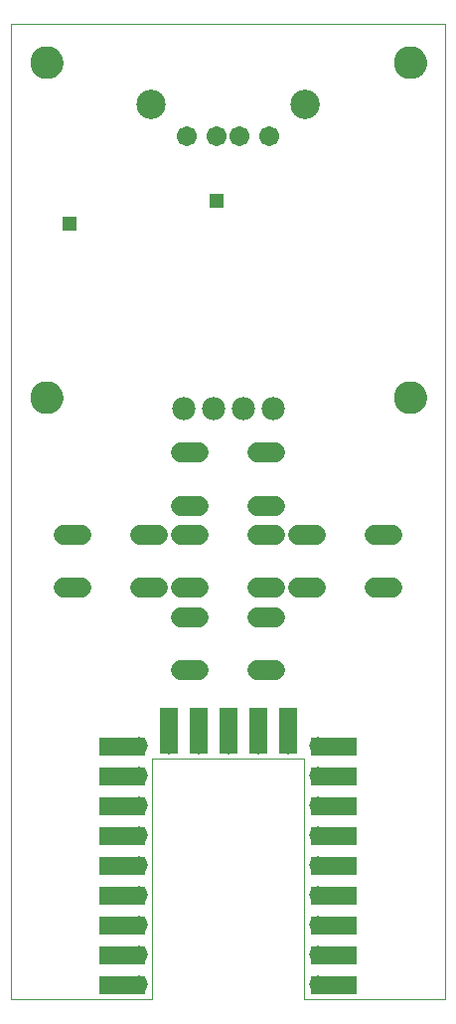
<source format=gts>
G75*
%MOIN*%
%OFA0B0*%
%FSLAX25Y25*%
%IPPOS*%
%LPD*%
%AMOC8*
5,1,8,0,0,1.08239X$1,22.5*
%
%ADD10C,0.00000*%
%ADD11R,0.15748X0.05906*%
%ADD12R,0.05906X0.15748*%
%ADD13C,0.11036*%
%ADD14C,0.06800*%
%ADD15C,0.06737*%
%ADD16C,0.09855*%
%ADD17C,0.05800*%
%ADD18R,0.04762X0.04762*%
%ADD19C,0.07800*%
D10*
X0001000Y0006757D02*
X0048244Y0006757D01*
X0048244Y0087309D01*
X0099425Y0087309D01*
X0099425Y0006757D01*
X0146669Y0006757D01*
X0146669Y0333608D01*
X0001000Y0333608D01*
X0001000Y0006757D01*
X0048244Y0006600D02*
X0048244Y0006757D01*
X0099425Y0006757D02*
X0099425Y0006600D01*
X0130060Y0208547D02*
X0130062Y0208690D01*
X0130068Y0208833D01*
X0130078Y0208975D01*
X0130092Y0209117D01*
X0130110Y0209259D01*
X0130132Y0209401D01*
X0130157Y0209541D01*
X0130187Y0209681D01*
X0130221Y0209820D01*
X0130258Y0209958D01*
X0130300Y0210095D01*
X0130345Y0210230D01*
X0130394Y0210364D01*
X0130446Y0210497D01*
X0130502Y0210629D01*
X0130562Y0210758D01*
X0130626Y0210886D01*
X0130693Y0211013D01*
X0130764Y0211137D01*
X0130838Y0211259D01*
X0130915Y0211379D01*
X0130996Y0211497D01*
X0131080Y0211613D01*
X0131167Y0211726D01*
X0131257Y0211837D01*
X0131351Y0211945D01*
X0131447Y0212051D01*
X0131546Y0212153D01*
X0131649Y0212253D01*
X0131753Y0212350D01*
X0131861Y0212445D01*
X0131971Y0212536D01*
X0132084Y0212624D01*
X0132199Y0212708D01*
X0132316Y0212790D01*
X0132436Y0212868D01*
X0132557Y0212943D01*
X0132681Y0213015D01*
X0132807Y0213083D01*
X0132934Y0213147D01*
X0133064Y0213208D01*
X0133195Y0213265D01*
X0133327Y0213319D01*
X0133461Y0213368D01*
X0133596Y0213415D01*
X0133733Y0213457D01*
X0133871Y0213495D01*
X0134009Y0213530D01*
X0134149Y0213560D01*
X0134289Y0213587D01*
X0134430Y0213610D01*
X0134572Y0213629D01*
X0134714Y0213644D01*
X0134857Y0213655D01*
X0134999Y0213662D01*
X0135142Y0213665D01*
X0135285Y0213664D01*
X0135428Y0213659D01*
X0135571Y0213650D01*
X0135713Y0213637D01*
X0135855Y0213620D01*
X0135996Y0213599D01*
X0136137Y0213574D01*
X0136277Y0213546D01*
X0136416Y0213513D01*
X0136554Y0213476D01*
X0136691Y0213436D01*
X0136827Y0213392D01*
X0136962Y0213344D01*
X0137095Y0213292D01*
X0137227Y0213237D01*
X0137357Y0213178D01*
X0137486Y0213115D01*
X0137612Y0213049D01*
X0137737Y0212979D01*
X0137860Y0212906D01*
X0137980Y0212830D01*
X0138099Y0212750D01*
X0138215Y0212666D01*
X0138329Y0212580D01*
X0138440Y0212490D01*
X0138549Y0212398D01*
X0138655Y0212302D01*
X0138759Y0212204D01*
X0138860Y0212102D01*
X0138957Y0211998D01*
X0139052Y0211891D01*
X0139144Y0211782D01*
X0139233Y0211670D01*
X0139319Y0211555D01*
X0139401Y0211439D01*
X0139480Y0211319D01*
X0139556Y0211198D01*
X0139628Y0211075D01*
X0139697Y0210950D01*
X0139762Y0210823D01*
X0139824Y0210694D01*
X0139882Y0210563D01*
X0139937Y0210431D01*
X0139987Y0210297D01*
X0140034Y0210162D01*
X0140078Y0210026D01*
X0140117Y0209889D01*
X0140152Y0209750D01*
X0140184Y0209611D01*
X0140212Y0209471D01*
X0140236Y0209330D01*
X0140256Y0209188D01*
X0140272Y0209046D01*
X0140284Y0208904D01*
X0140292Y0208761D01*
X0140296Y0208618D01*
X0140296Y0208476D01*
X0140292Y0208333D01*
X0140284Y0208190D01*
X0140272Y0208048D01*
X0140256Y0207906D01*
X0140236Y0207764D01*
X0140212Y0207623D01*
X0140184Y0207483D01*
X0140152Y0207344D01*
X0140117Y0207205D01*
X0140078Y0207068D01*
X0140034Y0206932D01*
X0139987Y0206797D01*
X0139937Y0206663D01*
X0139882Y0206531D01*
X0139824Y0206400D01*
X0139762Y0206271D01*
X0139697Y0206144D01*
X0139628Y0206019D01*
X0139556Y0205896D01*
X0139480Y0205775D01*
X0139401Y0205655D01*
X0139319Y0205539D01*
X0139233Y0205424D01*
X0139144Y0205312D01*
X0139052Y0205203D01*
X0138957Y0205096D01*
X0138860Y0204992D01*
X0138759Y0204890D01*
X0138655Y0204792D01*
X0138549Y0204696D01*
X0138440Y0204604D01*
X0138329Y0204514D01*
X0138215Y0204428D01*
X0138099Y0204344D01*
X0137980Y0204264D01*
X0137860Y0204188D01*
X0137737Y0204115D01*
X0137612Y0204045D01*
X0137486Y0203979D01*
X0137357Y0203916D01*
X0137227Y0203857D01*
X0137095Y0203802D01*
X0136962Y0203750D01*
X0136827Y0203702D01*
X0136691Y0203658D01*
X0136554Y0203618D01*
X0136416Y0203581D01*
X0136277Y0203548D01*
X0136137Y0203520D01*
X0135996Y0203495D01*
X0135855Y0203474D01*
X0135713Y0203457D01*
X0135571Y0203444D01*
X0135428Y0203435D01*
X0135285Y0203430D01*
X0135142Y0203429D01*
X0134999Y0203432D01*
X0134857Y0203439D01*
X0134714Y0203450D01*
X0134572Y0203465D01*
X0134430Y0203484D01*
X0134289Y0203507D01*
X0134149Y0203534D01*
X0134009Y0203564D01*
X0133871Y0203599D01*
X0133733Y0203637D01*
X0133596Y0203679D01*
X0133461Y0203726D01*
X0133327Y0203775D01*
X0133195Y0203829D01*
X0133064Y0203886D01*
X0132934Y0203947D01*
X0132807Y0204011D01*
X0132681Y0204079D01*
X0132557Y0204151D01*
X0132436Y0204226D01*
X0132316Y0204304D01*
X0132199Y0204386D01*
X0132084Y0204470D01*
X0131971Y0204558D01*
X0131861Y0204649D01*
X0131753Y0204744D01*
X0131649Y0204841D01*
X0131546Y0204941D01*
X0131447Y0205043D01*
X0131351Y0205149D01*
X0131257Y0205257D01*
X0131167Y0205368D01*
X0131080Y0205481D01*
X0130996Y0205597D01*
X0130915Y0205715D01*
X0130838Y0205835D01*
X0130764Y0205957D01*
X0130693Y0206081D01*
X0130626Y0206208D01*
X0130562Y0206336D01*
X0130502Y0206465D01*
X0130446Y0206597D01*
X0130394Y0206730D01*
X0130345Y0206864D01*
X0130300Y0206999D01*
X0130258Y0207136D01*
X0130221Y0207274D01*
X0130187Y0207413D01*
X0130157Y0207553D01*
X0130132Y0207693D01*
X0130110Y0207835D01*
X0130092Y0207977D01*
X0130078Y0208119D01*
X0130068Y0208261D01*
X0130062Y0208404D01*
X0130060Y0208547D01*
X0095173Y0306837D02*
X0095175Y0306971D01*
X0095181Y0307105D01*
X0095191Y0307239D01*
X0095205Y0307373D01*
X0095223Y0307506D01*
X0095244Y0307638D01*
X0095270Y0307770D01*
X0095300Y0307901D01*
X0095333Y0308031D01*
X0095370Y0308159D01*
X0095412Y0308287D01*
X0095456Y0308414D01*
X0095505Y0308539D01*
X0095557Y0308662D01*
X0095613Y0308784D01*
X0095673Y0308905D01*
X0095736Y0309023D01*
X0095802Y0309140D01*
X0095872Y0309254D01*
X0095945Y0309367D01*
X0096022Y0309477D01*
X0096102Y0309585D01*
X0096185Y0309690D01*
X0096271Y0309793D01*
X0096360Y0309893D01*
X0096452Y0309991D01*
X0096547Y0310086D01*
X0096645Y0310178D01*
X0096745Y0310267D01*
X0096848Y0310353D01*
X0096953Y0310436D01*
X0097061Y0310516D01*
X0097171Y0310593D01*
X0097284Y0310666D01*
X0097398Y0310736D01*
X0097515Y0310802D01*
X0097633Y0310865D01*
X0097754Y0310925D01*
X0097876Y0310981D01*
X0097999Y0311033D01*
X0098124Y0311082D01*
X0098251Y0311126D01*
X0098379Y0311168D01*
X0098507Y0311205D01*
X0098637Y0311238D01*
X0098768Y0311268D01*
X0098900Y0311294D01*
X0099032Y0311315D01*
X0099165Y0311333D01*
X0099299Y0311347D01*
X0099433Y0311357D01*
X0099567Y0311363D01*
X0099701Y0311365D01*
X0099835Y0311363D01*
X0099969Y0311357D01*
X0100103Y0311347D01*
X0100237Y0311333D01*
X0100370Y0311315D01*
X0100502Y0311294D01*
X0100634Y0311268D01*
X0100765Y0311238D01*
X0100895Y0311205D01*
X0101023Y0311168D01*
X0101151Y0311126D01*
X0101278Y0311082D01*
X0101403Y0311033D01*
X0101526Y0310981D01*
X0101648Y0310925D01*
X0101769Y0310865D01*
X0101887Y0310802D01*
X0102004Y0310736D01*
X0102118Y0310666D01*
X0102231Y0310593D01*
X0102341Y0310516D01*
X0102449Y0310436D01*
X0102554Y0310353D01*
X0102657Y0310267D01*
X0102757Y0310178D01*
X0102855Y0310086D01*
X0102950Y0309991D01*
X0103042Y0309893D01*
X0103131Y0309793D01*
X0103217Y0309690D01*
X0103300Y0309585D01*
X0103380Y0309477D01*
X0103457Y0309367D01*
X0103530Y0309254D01*
X0103600Y0309140D01*
X0103666Y0309023D01*
X0103729Y0308905D01*
X0103789Y0308784D01*
X0103845Y0308662D01*
X0103897Y0308539D01*
X0103946Y0308414D01*
X0103990Y0308287D01*
X0104032Y0308159D01*
X0104069Y0308031D01*
X0104102Y0307901D01*
X0104132Y0307770D01*
X0104158Y0307638D01*
X0104179Y0307506D01*
X0104197Y0307373D01*
X0104211Y0307239D01*
X0104221Y0307105D01*
X0104227Y0306971D01*
X0104229Y0306837D01*
X0104227Y0306703D01*
X0104221Y0306569D01*
X0104211Y0306435D01*
X0104197Y0306301D01*
X0104179Y0306168D01*
X0104158Y0306036D01*
X0104132Y0305904D01*
X0104102Y0305773D01*
X0104069Y0305643D01*
X0104032Y0305515D01*
X0103990Y0305387D01*
X0103946Y0305260D01*
X0103897Y0305135D01*
X0103845Y0305012D01*
X0103789Y0304890D01*
X0103729Y0304769D01*
X0103666Y0304651D01*
X0103600Y0304534D01*
X0103530Y0304420D01*
X0103457Y0304307D01*
X0103380Y0304197D01*
X0103300Y0304089D01*
X0103217Y0303984D01*
X0103131Y0303881D01*
X0103042Y0303781D01*
X0102950Y0303683D01*
X0102855Y0303588D01*
X0102757Y0303496D01*
X0102657Y0303407D01*
X0102554Y0303321D01*
X0102449Y0303238D01*
X0102341Y0303158D01*
X0102231Y0303081D01*
X0102118Y0303008D01*
X0102004Y0302938D01*
X0101887Y0302872D01*
X0101769Y0302809D01*
X0101648Y0302749D01*
X0101526Y0302693D01*
X0101403Y0302641D01*
X0101278Y0302592D01*
X0101151Y0302548D01*
X0101023Y0302506D01*
X0100895Y0302469D01*
X0100765Y0302436D01*
X0100634Y0302406D01*
X0100502Y0302380D01*
X0100370Y0302359D01*
X0100237Y0302341D01*
X0100103Y0302327D01*
X0099969Y0302317D01*
X0099835Y0302311D01*
X0099701Y0302309D01*
X0099567Y0302311D01*
X0099433Y0302317D01*
X0099299Y0302327D01*
X0099165Y0302341D01*
X0099032Y0302359D01*
X0098900Y0302380D01*
X0098768Y0302406D01*
X0098637Y0302436D01*
X0098507Y0302469D01*
X0098379Y0302506D01*
X0098251Y0302548D01*
X0098124Y0302592D01*
X0097999Y0302641D01*
X0097876Y0302693D01*
X0097754Y0302749D01*
X0097633Y0302809D01*
X0097515Y0302872D01*
X0097398Y0302938D01*
X0097284Y0303008D01*
X0097171Y0303081D01*
X0097061Y0303158D01*
X0096953Y0303238D01*
X0096848Y0303321D01*
X0096745Y0303407D01*
X0096645Y0303496D01*
X0096547Y0303588D01*
X0096452Y0303683D01*
X0096360Y0303781D01*
X0096271Y0303881D01*
X0096185Y0303984D01*
X0096102Y0304089D01*
X0096022Y0304197D01*
X0095945Y0304307D01*
X0095872Y0304420D01*
X0095802Y0304534D01*
X0095736Y0304651D01*
X0095673Y0304769D01*
X0095613Y0304890D01*
X0095557Y0305012D01*
X0095505Y0305135D01*
X0095456Y0305260D01*
X0095412Y0305387D01*
X0095370Y0305515D01*
X0095333Y0305643D01*
X0095300Y0305773D01*
X0095270Y0305904D01*
X0095244Y0306036D01*
X0095223Y0306168D01*
X0095205Y0306301D01*
X0095191Y0306435D01*
X0095181Y0306569D01*
X0095175Y0306703D01*
X0095173Y0306837D01*
X0130060Y0320752D02*
X0130062Y0320895D01*
X0130068Y0321038D01*
X0130078Y0321180D01*
X0130092Y0321322D01*
X0130110Y0321464D01*
X0130132Y0321606D01*
X0130157Y0321746D01*
X0130187Y0321886D01*
X0130221Y0322025D01*
X0130258Y0322163D01*
X0130300Y0322300D01*
X0130345Y0322435D01*
X0130394Y0322569D01*
X0130446Y0322702D01*
X0130502Y0322834D01*
X0130562Y0322963D01*
X0130626Y0323091D01*
X0130693Y0323218D01*
X0130764Y0323342D01*
X0130838Y0323464D01*
X0130915Y0323584D01*
X0130996Y0323702D01*
X0131080Y0323818D01*
X0131167Y0323931D01*
X0131257Y0324042D01*
X0131351Y0324150D01*
X0131447Y0324256D01*
X0131546Y0324358D01*
X0131649Y0324458D01*
X0131753Y0324555D01*
X0131861Y0324650D01*
X0131971Y0324741D01*
X0132084Y0324829D01*
X0132199Y0324913D01*
X0132316Y0324995D01*
X0132436Y0325073D01*
X0132557Y0325148D01*
X0132681Y0325220D01*
X0132807Y0325288D01*
X0132934Y0325352D01*
X0133064Y0325413D01*
X0133195Y0325470D01*
X0133327Y0325524D01*
X0133461Y0325573D01*
X0133596Y0325620D01*
X0133733Y0325662D01*
X0133871Y0325700D01*
X0134009Y0325735D01*
X0134149Y0325765D01*
X0134289Y0325792D01*
X0134430Y0325815D01*
X0134572Y0325834D01*
X0134714Y0325849D01*
X0134857Y0325860D01*
X0134999Y0325867D01*
X0135142Y0325870D01*
X0135285Y0325869D01*
X0135428Y0325864D01*
X0135571Y0325855D01*
X0135713Y0325842D01*
X0135855Y0325825D01*
X0135996Y0325804D01*
X0136137Y0325779D01*
X0136277Y0325751D01*
X0136416Y0325718D01*
X0136554Y0325681D01*
X0136691Y0325641D01*
X0136827Y0325597D01*
X0136962Y0325549D01*
X0137095Y0325497D01*
X0137227Y0325442D01*
X0137357Y0325383D01*
X0137486Y0325320D01*
X0137612Y0325254D01*
X0137737Y0325184D01*
X0137860Y0325111D01*
X0137980Y0325035D01*
X0138099Y0324955D01*
X0138215Y0324871D01*
X0138329Y0324785D01*
X0138440Y0324695D01*
X0138549Y0324603D01*
X0138655Y0324507D01*
X0138759Y0324409D01*
X0138860Y0324307D01*
X0138957Y0324203D01*
X0139052Y0324096D01*
X0139144Y0323987D01*
X0139233Y0323875D01*
X0139319Y0323760D01*
X0139401Y0323644D01*
X0139480Y0323524D01*
X0139556Y0323403D01*
X0139628Y0323280D01*
X0139697Y0323155D01*
X0139762Y0323028D01*
X0139824Y0322899D01*
X0139882Y0322768D01*
X0139937Y0322636D01*
X0139987Y0322502D01*
X0140034Y0322367D01*
X0140078Y0322231D01*
X0140117Y0322094D01*
X0140152Y0321955D01*
X0140184Y0321816D01*
X0140212Y0321676D01*
X0140236Y0321535D01*
X0140256Y0321393D01*
X0140272Y0321251D01*
X0140284Y0321109D01*
X0140292Y0320966D01*
X0140296Y0320823D01*
X0140296Y0320681D01*
X0140292Y0320538D01*
X0140284Y0320395D01*
X0140272Y0320253D01*
X0140256Y0320111D01*
X0140236Y0319969D01*
X0140212Y0319828D01*
X0140184Y0319688D01*
X0140152Y0319549D01*
X0140117Y0319410D01*
X0140078Y0319273D01*
X0140034Y0319137D01*
X0139987Y0319002D01*
X0139937Y0318868D01*
X0139882Y0318736D01*
X0139824Y0318605D01*
X0139762Y0318476D01*
X0139697Y0318349D01*
X0139628Y0318224D01*
X0139556Y0318101D01*
X0139480Y0317980D01*
X0139401Y0317860D01*
X0139319Y0317744D01*
X0139233Y0317629D01*
X0139144Y0317517D01*
X0139052Y0317408D01*
X0138957Y0317301D01*
X0138860Y0317197D01*
X0138759Y0317095D01*
X0138655Y0316997D01*
X0138549Y0316901D01*
X0138440Y0316809D01*
X0138329Y0316719D01*
X0138215Y0316633D01*
X0138099Y0316549D01*
X0137980Y0316469D01*
X0137860Y0316393D01*
X0137737Y0316320D01*
X0137612Y0316250D01*
X0137486Y0316184D01*
X0137357Y0316121D01*
X0137227Y0316062D01*
X0137095Y0316007D01*
X0136962Y0315955D01*
X0136827Y0315907D01*
X0136691Y0315863D01*
X0136554Y0315823D01*
X0136416Y0315786D01*
X0136277Y0315753D01*
X0136137Y0315725D01*
X0135996Y0315700D01*
X0135855Y0315679D01*
X0135713Y0315662D01*
X0135571Y0315649D01*
X0135428Y0315640D01*
X0135285Y0315635D01*
X0135142Y0315634D01*
X0134999Y0315637D01*
X0134857Y0315644D01*
X0134714Y0315655D01*
X0134572Y0315670D01*
X0134430Y0315689D01*
X0134289Y0315712D01*
X0134149Y0315739D01*
X0134009Y0315769D01*
X0133871Y0315804D01*
X0133733Y0315842D01*
X0133596Y0315884D01*
X0133461Y0315931D01*
X0133327Y0315980D01*
X0133195Y0316034D01*
X0133064Y0316091D01*
X0132934Y0316152D01*
X0132807Y0316216D01*
X0132681Y0316284D01*
X0132557Y0316356D01*
X0132436Y0316431D01*
X0132316Y0316509D01*
X0132199Y0316591D01*
X0132084Y0316675D01*
X0131971Y0316763D01*
X0131861Y0316854D01*
X0131753Y0316949D01*
X0131649Y0317046D01*
X0131546Y0317146D01*
X0131447Y0317248D01*
X0131351Y0317354D01*
X0131257Y0317462D01*
X0131167Y0317573D01*
X0131080Y0317686D01*
X0130996Y0317802D01*
X0130915Y0317920D01*
X0130838Y0318040D01*
X0130764Y0318162D01*
X0130693Y0318286D01*
X0130626Y0318413D01*
X0130562Y0318541D01*
X0130502Y0318670D01*
X0130446Y0318802D01*
X0130394Y0318935D01*
X0130345Y0319069D01*
X0130300Y0319204D01*
X0130258Y0319341D01*
X0130221Y0319479D01*
X0130187Y0319618D01*
X0130157Y0319758D01*
X0130132Y0319898D01*
X0130110Y0320040D01*
X0130092Y0320182D01*
X0130078Y0320324D01*
X0130068Y0320466D01*
X0130062Y0320609D01*
X0130060Y0320752D01*
X0043441Y0306837D02*
X0043443Y0306971D01*
X0043449Y0307105D01*
X0043459Y0307239D01*
X0043473Y0307373D01*
X0043491Y0307506D01*
X0043512Y0307638D01*
X0043538Y0307770D01*
X0043568Y0307901D01*
X0043601Y0308031D01*
X0043638Y0308159D01*
X0043680Y0308287D01*
X0043724Y0308414D01*
X0043773Y0308539D01*
X0043825Y0308662D01*
X0043881Y0308784D01*
X0043941Y0308905D01*
X0044004Y0309023D01*
X0044070Y0309140D01*
X0044140Y0309254D01*
X0044213Y0309367D01*
X0044290Y0309477D01*
X0044370Y0309585D01*
X0044453Y0309690D01*
X0044539Y0309793D01*
X0044628Y0309893D01*
X0044720Y0309991D01*
X0044815Y0310086D01*
X0044913Y0310178D01*
X0045013Y0310267D01*
X0045116Y0310353D01*
X0045221Y0310436D01*
X0045329Y0310516D01*
X0045439Y0310593D01*
X0045552Y0310666D01*
X0045666Y0310736D01*
X0045783Y0310802D01*
X0045901Y0310865D01*
X0046022Y0310925D01*
X0046144Y0310981D01*
X0046267Y0311033D01*
X0046392Y0311082D01*
X0046519Y0311126D01*
X0046647Y0311168D01*
X0046775Y0311205D01*
X0046905Y0311238D01*
X0047036Y0311268D01*
X0047168Y0311294D01*
X0047300Y0311315D01*
X0047433Y0311333D01*
X0047567Y0311347D01*
X0047701Y0311357D01*
X0047835Y0311363D01*
X0047969Y0311365D01*
X0048103Y0311363D01*
X0048237Y0311357D01*
X0048371Y0311347D01*
X0048505Y0311333D01*
X0048638Y0311315D01*
X0048770Y0311294D01*
X0048902Y0311268D01*
X0049033Y0311238D01*
X0049163Y0311205D01*
X0049291Y0311168D01*
X0049419Y0311126D01*
X0049546Y0311082D01*
X0049671Y0311033D01*
X0049794Y0310981D01*
X0049916Y0310925D01*
X0050037Y0310865D01*
X0050155Y0310802D01*
X0050272Y0310736D01*
X0050386Y0310666D01*
X0050499Y0310593D01*
X0050609Y0310516D01*
X0050717Y0310436D01*
X0050822Y0310353D01*
X0050925Y0310267D01*
X0051025Y0310178D01*
X0051123Y0310086D01*
X0051218Y0309991D01*
X0051310Y0309893D01*
X0051399Y0309793D01*
X0051485Y0309690D01*
X0051568Y0309585D01*
X0051648Y0309477D01*
X0051725Y0309367D01*
X0051798Y0309254D01*
X0051868Y0309140D01*
X0051934Y0309023D01*
X0051997Y0308905D01*
X0052057Y0308784D01*
X0052113Y0308662D01*
X0052165Y0308539D01*
X0052214Y0308414D01*
X0052258Y0308287D01*
X0052300Y0308159D01*
X0052337Y0308031D01*
X0052370Y0307901D01*
X0052400Y0307770D01*
X0052426Y0307638D01*
X0052447Y0307506D01*
X0052465Y0307373D01*
X0052479Y0307239D01*
X0052489Y0307105D01*
X0052495Y0306971D01*
X0052497Y0306837D01*
X0052495Y0306703D01*
X0052489Y0306569D01*
X0052479Y0306435D01*
X0052465Y0306301D01*
X0052447Y0306168D01*
X0052426Y0306036D01*
X0052400Y0305904D01*
X0052370Y0305773D01*
X0052337Y0305643D01*
X0052300Y0305515D01*
X0052258Y0305387D01*
X0052214Y0305260D01*
X0052165Y0305135D01*
X0052113Y0305012D01*
X0052057Y0304890D01*
X0051997Y0304769D01*
X0051934Y0304651D01*
X0051868Y0304534D01*
X0051798Y0304420D01*
X0051725Y0304307D01*
X0051648Y0304197D01*
X0051568Y0304089D01*
X0051485Y0303984D01*
X0051399Y0303881D01*
X0051310Y0303781D01*
X0051218Y0303683D01*
X0051123Y0303588D01*
X0051025Y0303496D01*
X0050925Y0303407D01*
X0050822Y0303321D01*
X0050717Y0303238D01*
X0050609Y0303158D01*
X0050499Y0303081D01*
X0050386Y0303008D01*
X0050272Y0302938D01*
X0050155Y0302872D01*
X0050037Y0302809D01*
X0049916Y0302749D01*
X0049794Y0302693D01*
X0049671Y0302641D01*
X0049546Y0302592D01*
X0049419Y0302548D01*
X0049291Y0302506D01*
X0049163Y0302469D01*
X0049033Y0302436D01*
X0048902Y0302406D01*
X0048770Y0302380D01*
X0048638Y0302359D01*
X0048505Y0302341D01*
X0048371Y0302327D01*
X0048237Y0302317D01*
X0048103Y0302311D01*
X0047969Y0302309D01*
X0047835Y0302311D01*
X0047701Y0302317D01*
X0047567Y0302327D01*
X0047433Y0302341D01*
X0047300Y0302359D01*
X0047168Y0302380D01*
X0047036Y0302406D01*
X0046905Y0302436D01*
X0046775Y0302469D01*
X0046647Y0302506D01*
X0046519Y0302548D01*
X0046392Y0302592D01*
X0046267Y0302641D01*
X0046144Y0302693D01*
X0046022Y0302749D01*
X0045901Y0302809D01*
X0045783Y0302872D01*
X0045666Y0302938D01*
X0045552Y0303008D01*
X0045439Y0303081D01*
X0045329Y0303158D01*
X0045221Y0303238D01*
X0045116Y0303321D01*
X0045013Y0303407D01*
X0044913Y0303496D01*
X0044815Y0303588D01*
X0044720Y0303683D01*
X0044628Y0303781D01*
X0044539Y0303881D01*
X0044453Y0303984D01*
X0044370Y0304089D01*
X0044290Y0304197D01*
X0044213Y0304307D01*
X0044140Y0304420D01*
X0044070Y0304534D01*
X0044004Y0304651D01*
X0043941Y0304769D01*
X0043881Y0304890D01*
X0043825Y0305012D01*
X0043773Y0305135D01*
X0043724Y0305260D01*
X0043680Y0305387D01*
X0043638Y0305515D01*
X0043601Y0305643D01*
X0043568Y0305773D01*
X0043538Y0305904D01*
X0043512Y0306036D01*
X0043491Y0306168D01*
X0043473Y0306301D01*
X0043459Y0306435D01*
X0043449Y0306569D01*
X0043443Y0306703D01*
X0043441Y0306837D01*
X0008013Y0320752D02*
X0008015Y0320895D01*
X0008021Y0321038D01*
X0008031Y0321180D01*
X0008045Y0321322D01*
X0008063Y0321464D01*
X0008085Y0321606D01*
X0008110Y0321746D01*
X0008140Y0321886D01*
X0008174Y0322025D01*
X0008211Y0322163D01*
X0008253Y0322300D01*
X0008298Y0322435D01*
X0008347Y0322569D01*
X0008399Y0322702D01*
X0008455Y0322834D01*
X0008515Y0322963D01*
X0008579Y0323091D01*
X0008646Y0323218D01*
X0008717Y0323342D01*
X0008791Y0323464D01*
X0008868Y0323584D01*
X0008949Y0323702D01*
X0009033Y0323818D01*
X0009120Y0323931D01*
X0009210Y0324042D01*
X0009304Y0324150D01*
X0009400Y0324256D01*
X0009499Y0324358D01*
X0009602Y0324458D01*
X0009706Y0324555D01*
X0009814Y0324650D01*
X0009924Y0324741D01*
X0010037Y0324829D01*
X0010152Y0324913D01*
X0010269Y0324995D01*
X0010389Y0325073D01*
X0010510Y0325148D01*
X0010634Y0325220D01*
X0010760Y0325288D01*
X0010887Y0325352D01*
X0011017Y0325413D01*
X0011148Y0325470D01*
X0011280Y0325524D01*
X0011414Y0325573D01*
X0011549Y0325620D01*
X0011686Y0325662D01*
X0011824Y0325700D01*
X0011962Y0325735D01*
X0012102Y0325765D01*
X0012242Y0325792D01*
X0012383Y0325815D01*
X0012525Y0325834D01*
X0012667Y0325849D01*
X0012810Y0325860D01*
X0012952Y0325867D01*
X0013095Y0325870D01*
X0013238Y0325869D01*
X0013381Y0325864D01*
X0013524Y0325855D01*
X0013666Y0325842D01*
X0013808Y0325825D01*
X0013949Y0325804D01*
X0014090Y0325779D01*
X0014230Y0325751D01*
X0014369Y0325718D01*
X0014507Y0325681D01*
X0014644Y0325641D01*
X0014780Y0325597D01*
X0014915Y0325549D01*
X0015048Y0325497D01*
X0015180Y0325442D01*
X0015310Y0325383D01*
X0015439Y0325320D01*
X0015565Y0325254D01*
X0015690Y0325184D01*
X0015813Y0325111D01*
X0015933Y0325035D01*
X0016052Y0324955D01*
X0016168Y0324871D01*
X0016282Y0324785D01*
X0016393Y0324695D01*
X0016502Y0324603D01*
X0016608Y0324507D01*
X0016712Y0324409D01*
X0016813Y0324307D01*
X0016910Y0324203D01*
X0017005Y0324096D01*
X0017097Y0323987D01*
X0017186Y0323875D01*
X0017272Y0323760D01*
X0017354Y0323644D01*
X0017433Y0323524D01*
X0017509Y0323403D01*
X0017581Y0323280D01*
X0017650Y0323155D01*
X0017715Y0323028D01*
X0017777Y0322899D01*
X0017835Y0322768D01*
X0017890Y0322636D01*
X0017940Y0322502D01*
X0017987Y0322367D01*
X0018031Y0322231D01*
X0018070Y0322094D01*
X0018105Y0321955D01*
X0018137Y0321816D01*
X0018165Y0321676D01*
X0018189Y0321535D01*
X0018209Y0321393D01*
X0018225Y0321251D01*
X0018237Y0321109D01*
X0018245Y0320966D01*
X0018249Y0320823D01*
X0018249Y0320681D01*
X0018245Y0320538D01*
X0018237Y0320395D01*
X0018225Y0320253D01*
X0018209Y0320111D01*
X0018189Y0319969D01*
X0018165Y0319828D01*
X0018137Y0319688D01*
X0018105Y0319549D01*
X0018070Y0319410D01*
X0018031Y0319273D01*
X0017987Y0319137D01*
X0017940Y0319002D01*
X0017890Y0318868D01*
X0017835Y0318736D01*
X0017777Y0318605D01*
X0017715Y0318476D01*
X0017650Y0318349D01*
X0017581Y0318224D01*
X0017509Y0318101D01*
X0017433Y0317980D01*
X0017354Y0317860D01*
X0017272Y0317744D01*
X0017186Y0317629D01*
X0017097Y0317517D01*
X0017005Y0317408D01*
X0016910Y0317301D01*
X0016813Y0317197D01*
X0016712Y0317095D01*
X0016608Y0316997D01*
X0016502Y0316901D01*
X0016393Y0316809D01*
X0016282Y0316719D01*
X0016168Y0316633D01*
X0016052Y0316549D01*
X0015933Y0316469D01*
X0015813Y0316393D01*
X0015690Y0316320D01*
X0015565Y0316250D01*
X0015439Y0316184D01*
X0015310Y0316121D01*
X0015180Y0316062D01*
X0015048Y0316007D01*
X0014915Y0315955D01*
X0014780Y0315907D01*
X0014644Y0315863D01*
X0014507Y0315823D01*
X0014369Y0315786D01*
X0014230Y0315753D01*
X0014090Y0315725D01*
X0013949Y0315700D01*
X0013808Y0315679D01*
X0013666Y0315662D01*
X0013524Y0315649D01*
X0013381Y0315640D01*
X0013238Y0315635D01*
X0013095Y0315634D01*
X0012952Y0315637D01*
X0012810Y0315644D01*
X0012667Y0315655D01*
X0012525Y0315670D01*
X0012383Y0315689D01*
X0012242Y0315712D01*
X0012102Y0315739D01*
X0011962Y0315769D01*
X0011824Y0315804D01*
X0011686Y0315842D01*
X0011549Y0315884D01*
X0011414Y0315931D01*
X0011280Y0315980D01*
X0011148Y0316034D01*
X0011017Y0316091D01*
X0010887Y0316152D01*
X0010760Y0316216D01*
X0010634Y0316284D01*
X0010510Y0316356D01*
X0010389Y0316431D01*
X0010269Y0316509D01*
X0010152Y0316591D01*
X0010037Y0316675D01*
X0009924Y0316763D01*
X0009814Y0316854D01*
X0009706Y0316949D01*
X0009602Y0317046D01*
X0009499Y0317146D01*
X0009400Y0317248D01*
X0009304Y0317354D01*
X0009210Y0317462D01*
X0009120Y0317573D01*
X0009033Y0317686D01*
X0008949Y0317802D01*
X0008868Y0317920D01*
X0008791Y0318040D01*
X0008717Y0318162D01*
X0008646Y0318286D01*
X0008579Y0318413D01*
X0008515Y0318541D01*
X0008455Y0318670D01*
X0008399Y0318802D01*
X0008347Y0318935D01*
X0008298Y0319069D01*
X0008253Y0319204D01*
X0008211Y0319341D01*
X0008174Y0319479D01*
X0008140Y0319618D01*
X0008110Y0319758D01*
X0008085Y0319898D01*
X0008063Y0320040D01*
X0008045Y0320182D01*
X0008031Y0320324D01*
X0008021Y0320466D01*
X0008015Y0320609D01*
X0008013Y0320752D01*
X0008013Y0208547D02*
X0008015Y0208690D01*
X0008021Y0208833D01*
X0008031Y0208975D01*
X0008045Y0209117D01*
X0008063Y0209259D01*
X0008085Y0209401D01*
X0008110Y0209541D01*
X0008140Y0209681D01*
X0008174Y0209820D01*
X0008211Y0209958D01*
X0008253Y0210095D01*
X0008298Y0210230D01*
X0008347Y0210364D01*
X0008399Y0210497D01*
X0008455Y0210629D01*
X0008515Y0210758D01*
X0008579Y0210886D01*
X0008646Y0211013D01*
X0008717Y0211137D01*
X0008791Y0211259D01*
X0008868Y0211379D01*
X0008949Y0211497D01*
X0009033Y0211613D01*
X0009120Y0211726D01*
X0009210Y0211837D01*
X0009304Y0211945D01*
X0009400Y0212051D01*
X0009499Y0212153D01*
X0009602Y0212253D01*
X0009706Y0212350D01*
X0009814Y0212445D01*
X0009924Y0212536D01*
X0010037Y0212624D01*
X0010152Y0212708D01*
X0010269Y0212790D01*
X0010389Y0212868D01*
X0010510Y0212943D01*
X0010634Y0213015D01*
X0010760Y0213083D01*
X0010887Y0213147D01*
X0011017Y0213208D01*
X0011148Y0213265D01*
X0011280Y0213319D01*
X0011414Y0213368D01*
X0011549Y0213415D01*
X0011686Y0213457D01*
X0011824Y0213495D01*
X0011962Y0213530D01*
X0012102Y0213560D01*
X0012242Y0213587D01*
X0012383Y0213610D01*
X0012525Y0213629D01*
X0012667Y0213644D01*
X0012810Y0213655D01*
X0012952Y0213662D01*
X0013095Y0213665D01*
X0013238Y0213664D01*
X0013381Y0213659D01*
X0013524Y0213650D01*
X0013666Y0213637D01*
X0013808Y0213620D01*
X0013949Y0213599D01*
X0014090Y0213574D01*
X0014230Y0213546D01*
X0014369Y0213513D01*
X0014507Y0213476D01*
X0014644Y0213436D01*
X0014780Y0213392D01*
X0014915Y0213344D01*
X0015048Y0213292D01*
X0015180Y0213237D01*
X0015310Y0213178D01*
X0015439Y0213115D01*
X0015565Y0213049D01*
X0015690Y0212979D01*
X0015813Y0212906D01*
X0015933Y0212830D01*
X0016052Y0212750D01*
X0016168Y0212666D01*
X0016282Y0212580D01*
X0016393Y0212490D01*
X0016502Y0212398D01*
X0016608Y0212302D01*
X0016712Y0212204D01*
X0016813Y0212102D01*
X0016910Y0211998D01*
X0017005Y0211891D01*
X0017097Y0211782D01*
X0017186Y0211670D01*
X0017272Y0211555D01*
X0017354Y0211439D01*
X0017433Y0211319D01*
X0017509Y0211198D01*
X0017581Y0211075D01*
X0017650Y0210950D01*
X0017715Y0210823D01*
X0017777Y0210694D01*
X0017835Y0210563D01*
X0017890Y0210431D01*
X0017940Y0210297D01*
X0017987Y0210162D01*
X0018031Y0210026D01*
X0018070Y0209889D01*
X0018105Y0209750D01*
X0018137Y0209611D01*
X0018165Y0209471D01*
X0018189Y0209330D01*
X0018209Y0209188D01*
X0018225Y0209046D01*
X0018237Y0208904D01*
X0018245Y0208761D01*
X0018249Y0208618D01*
X0018249Y0208476D01*
X0018245Y0208333D01*
X0018237Y0208190D01*
X0018225Y0208048D01*
X0018209Y0207906D01*
X0018189Y0207764D01*
X0018165Y0207623D01*
X0018137Y0207483D01*
X0018105Y0207344D01*
X0018070Y0207205D01*
X0018031Y0207068D01*
X0017987Y0206932D01*
X0017940Y0206797D01*
X0017890Y0206663D01*
X0017835Y0206531D01*
X0017777Y0206400D01*
X0017715Y0206271D01*
X0017650Y0206144D01*
X0017581Y0206019D01*
X0017509Y0205896D01*
X0017433Y0205775D01*
X0017354Y0205655D01*
X0017272Y0205539D01*
X0017186Y0205424D01*
X0017097Y0205312D01*
X0017005Y0205203D01*
X0016910Y0205096D01*
X0016813Y0204992D01*
X0016712Y0204890D01*
X0016608Y0204792D01*
X0016502Y0204696D01*
X0016393Y0204604D01*
X0016282Y0204514D01*
X0016168Y0204428D01*
X0016052Y0204344D01*
X0015933Y0204264D01*
X0015813Y0204188D01*
X0015690Y0204115D01*
X0015565Y0204045D01*
X0015439Y0203979D01*
X0015310Y0203916D01*
X0015180Y0203857D01*
X0015048Y0203802D01*
X0014915Y0203750D01*
X0014780Y0203702D01*
X0014644Y0203658D01*
X0014507Y0203618D01*
X0014369Y0203581D01*
X0014230Y0203548D01*
X0014090Y0203520D01*
X0013949Y0203495D01*
X0013808Y0203474D01*
X0013666Y0203457D01*
X0013524Y0203444D01*
X0013381Y0203435D01*
X0013238Y0203430D01*
X0013095Y0203429D01*
X0012952Y0203432D01*
X0012810Y0203439D01*
X0012667Y0203450D01*
X0012525Y0203465D01*
X0012383Y0203484D01*
X0012242Y0203507D01*
X0012102Y0203534D01*
X0011962Y0203564D01*
X0011824Y0203599D01*
X0011686Y0203637D01*
X0011549Y0203679D01*
X0011414Y0203726D01*
X0011280Y0203775D01*
X0011148Y0203829D01*
X0011017Y0203886D01*
X0010887Y0203947D01*
X0010760Y0204011D01*
X0010634Y0204079D01*
X0010510Y0204151D01*
X0010389Y0204226D01*
X0010269Y0204304D01*
X0010152Y0204386D01*
X0010037Y0204470D01*
X0009924Y0204558D01*
X0009814Y0204649D01*
X0009706Y0204744D01*
X0009602Y0204841D01*
X0009499Y0204941D01*
X0009400Y0205043D01*
X0009304Y0205149D01*
X0009210Y0205257D01*
X0009120Y0205368D01*
X0009033Y0205481D01*
X0008949Y0205597D01*
X0008868Y0205715D01*
X0008791Y0205835D01*
X0008717Y0205957D01*
X0008646Y0206081D01*
X0008579Y0206208D01*
X0008515Y0206336D01*
X0008455Y0206465D01*
X0008399Y0206597D01*
X0008347Y0206730D01*
X0008298Y0206864D01*
X0008253Y0206999D01*
X0008211Y0207136D01*
X0008174Y0207274D01*
X0008140Y0207413D01*
X0008110Y0207553D01*
X0008085Y0207693D01*
X0008063Y0207835D01*
X0008045Y0207977D01*
X0008031Y0208119D01*
X0008021Y0208261D01*
X0008015Y0208404D01*
X0008013Y0208547D01*
D11*
X0038402Y0091521D03*
X0038402Y0081521D03*
X0038402Y0071521D03*
X0038402Y0061521D03*
X0038402Y0061521D03*
X0038402Y0051521D03*
X0038402Y0051521D03*
X0038402Y0041521D03*
X0038402Y0031521D03*
X0038402Y0021521D03*
X0038402Y0011521D03*
X0109268Y0011521D03*
X0109268Y0021521D03*
X0109268Y0031521D03*
X0109268Y0041521D03*
X0109268Y0051521D03*
X0109268Y0051521D03*
X0109268Y0061521D03*
X0109268Y0071521D03*
X0109268Y0081521D03*
X0109268Y0081521D03*
X0109268Y0091521D03*
D12*
X0094038Y0096748D03*
X0084038Y0096748D03*
X0074038Y0096748D03*
X0064038Y0096748D03*
X0054038Y0096748D03*
D13*
X0013131Y0208547D03*
X0013131Y0320752D03*
X0135178Y0320752D03*
X0135178Y0208547D03*
D14*
X0129005Y0162390D02*
X0123005Y0162390D01*
X0123005Y0144590D02*
X0129005Y0144590D01*
X0103405Y0144590D02*
X0097405Y0144590D01*
X0089635Y0144590D02*
X0083635Y0144590D01*
X0083635Y0134831D02*
X0089635Y0134831D01*
X0089635Y0117031D02*
X0083635Y0117031D01*
X0064035Y0117031D02*
X0058035Y0117031D01*
X0058035Y0134831D02*
X0064035Y0134831D01*
X0064035Y0144590D02*
X0058035Y0144590D01*
X0050265Y0144590D02*
X0044265Y0144590D01*
X0044265Y0162390D02*
X0050265Y0162390D01*
X0058035Y0162390D02*
X0064035Y0162390D01*
X0064035Y0172149D02*
X0058035Y0172149D01*
X0058035Y0189949D02*
X0064035Y0189949D01*
X0083635Y0189949D02*
X0089635Y0189949D01*
X0089635Y0172149D02*
X0083635Y0172149D01*
X0083635Y0162390D02*
X0089635Y0162390D01*
X0097405Y0162390D02*
X0103405Y0162390D01*
X0024665Y0162390D02*
X0018665Y0162390D01*
X0018665Y0144590D02*
X0024665Y0144590D01*
D15*
X0060055Y0296167D03*
X0069898Y0296167D03*
X0077772Y0296167D03*
X0087615Y0296167D03*
D16*
X0099701Y0306837D03*
X0047969Y0306837D03*
D17*
X0044031Y0091600D03*
X0044031Y0081600D03*
X0044031Y0071600D03*
X0044031Y0061600D03*
X0044031Y0051600D03*
X0044031Y0041600D03*
X0044031Y0031600D03*
X0044031Y0021600D03*
X0044031Y0011600D03*
X0054031Y0091600D03*
X0064031Y0091600D03*
X0074031Y0091600D03*
X0084031Y0091600D03*
X0094031Y0091600D03*
X0104031Y0091600D03*
X0104031Y0081600D03*
X0104031Y0071600D03*
X0104031Y0061600D03*
X0104031Y0051600D03*
X0104031Y0041600D03*
X0104031Y0031600D03*
X0104031Y0021600D03*
X0104031Y0011600D03*
D18*
X0020685Y0266600D03*
X0069898Y0274474D03*
D19*
X0069117Y0204666D03*
X0059117Y0204666D03*
X0079155Y0204610D03*
X0089117Y0204666D03*
M02*

</source>
